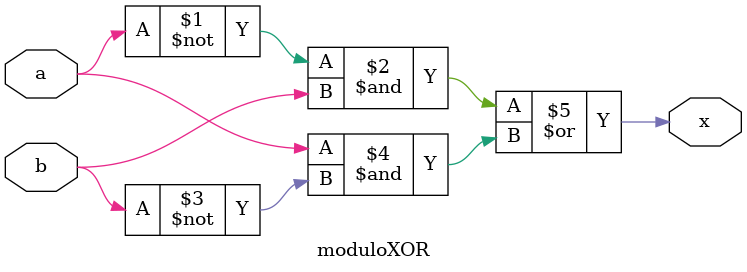
<source format=v>
`timescale 1ns / 1ps
module moduloXOR(
    input a,
    input b,
    output x
    );
	 
	 assign x=(~a)&b | a&(~b); //descripcion de xor


endmodule

</source>
